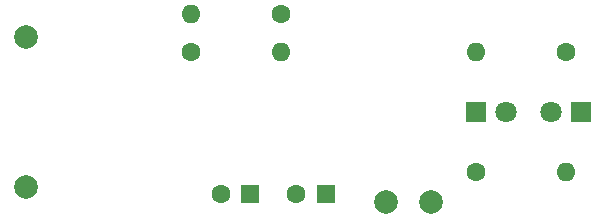
<source format=gbr>
%TF.GenerationSoftware,KiCad,Pcbnew,7.0.1-3b83917a11~172~ubuntu22.04.1*%
%TF.CreationDate,2024-11-25T12:37:55-06:00*%
%TF.ProjectId,Quron_BMS,5175726f-6e5f-4424-9d53-2e6b69636164,rev?*%
%TF.SameCoordinates,Original*%
%TF.FileFunction,Copper,L2,Bot*%
%TF.FilePolarity,Positive*%
%FSLAX46Y46*%
G04 Gerber Fmt 4.6, Leading zero omitted, Abs format (unit mm)*
G04 Created by KiCad (PCBNEW 7.0.1-3b83917a11~172~ubuntu22.04.1) date 2024-11-25 12:37:55*
%MOMM*%
%LPD*%
G01*
G04 APERTURE LIST*
%TA.AperFunction,ComponentPad*%
%ADD10C,2.000000*%
%TD*%
%TA.AperFunction,ComponentPad*%
%ADD11C,1.600000*%
%TD*%
%TA.AperFunction,ComponentPad*%
%ADD12O,1.600000X1.600000*%
%TD*%
%TA.AperFunction,ComponentPad*%
%ADD13R,1.600000X1.600000*%
%TD*%
%TA.AperFunction,ComponentPad*%
%ADD14R,1.800000X1.800000*%
%TD*%
%TA.AperFunction,ComponentPad*%
%ADD15C,1.800000*%
%TD*%
G04 APERTURE END LIST*
D10*
%TO.P,TP3,1,1*%
%TO.N,Net-(BT1-+)*%
X166370000Y-147320000D03*
%TD*%
D11*
%TO.P,R4,1*%
%TO.N,Net-(U1-~{CHRG})*%
X181610000Y-134620000D03*
D12*
%TO.P,R4,2*%
%TO.N,Net-(D1-K)*%
X173990000Y-134620000D03*
%TD*%
D13*
%TO.P,C1,1*%
%TO.N,Net-(BT1-+)*%
X161250000Y-146685000D03*
D11*
%TO.P,C1,2*%
%TO.N,GND*%
X158750000Y-146685000D03*
%TD*%
%TO.P,R1,1*%
%TO.N,GND*%
X149860000Y-134620000D03*
D12*
%TO.P,R1,2*%
%TO.N,Net-(U1-PROG)*%
X157480000Y-134620000D03*
%TD*%
D11*
%TO.P,R3,1*%
%TO.N,Net-(U1-~{STDBY})*%
X173990000Y-144780000D03*
D12*
%TO.P,R3,2*%
%TO.N,Net-(D2-K)*%
X181610000Y-144780000D03*
%TD*%
D14*
%TO.P,D2,1,K*%
%TO.N,Net-(D2-K)*%
X182880000Y-139700000D03*
D15*
%TO.P,D2,2,A*%
%TO.N,/5V*%
X180340000Y-139700000D03*
%TD*%
D11*
%TO.P,R2,1*%
%TO.N,/5V*%
X157480000Y-131445000D03*
D12*
%TO.P,R2,2*%
%TO.N,Net-(R2-Pad2)*%
X149860000Y-131445000D03*
%TD*%
D14*
%TO.P,D1,1,K*%
%TO.N,Net-(D1-K)*%
X173990000Y-139700000D03*
D15*
%TO.P,D1,2,A*%
%TO.N,/5V*%
X176530000Y-139700000D03*
%TD*%
D10*
%TO.P,TP4,1,1*%
%TO.N,GND*%
X170180000Y-147320000D03*
%TD*%
%TO.P,TP5,1,1*%
%TO.N,GND*%
X135890000Y-146050000D03*
%TD*%
D13*
%TO.P,C2,1*%
%TO.N,/5V*%
X154875113Y-146685000D03*
D11*
%TO.P,C2,2*%
%TO.N,GND*%
X152375113Y-146685000D03*
%TD*%
D10*
%TO.P,TP1,1,1*%
%TO.N,Net-(R2-Pad2)*%
X135890000Y-133350000D03*
%TD*%
M02*

</source>
